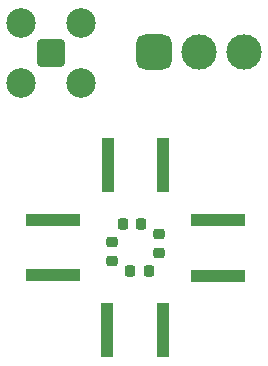
<source format=gbr>
%TF.GenerationSoftware,KiCad,Pcbnew,8.0.1*%
%TF.CreationDate,2024-08-07T16:32:43+02:00*%
%TF.ProjectId,TEP000,54455030-3030-42e6-9b69-6361645f7063,rev?*%
%TF.SameCoordinates,Original*%
%TF.FileFunction,Soldermask,Bot*%
%TF.FilePolarity,Negative*%
%FSLAX46Y46*%
G04 Gerber Fmt 4.6, Leading zero omitted, Abs format (unit mm)*
G04 Created by KiCad (PCBNEW 8.0.1) date 2024-08-07 16:32:43*
%MOMM*%
%LPD*%
G01*
G04 APERTURE LIST*
G04 Aperture macros list*
%AMRoundRect*
0 Rectangle with rounded corners*
0 $1 Rounding radius*
0 $2 $3 $4 $5 $6 $7 $8 $9 X,Y pos of 4 corners*
0 Add a 4 corners polygon primitive as box body*
4,1,4,$2,$3,$4,$5,$6,$7,$8,$9,$2,$3,0*
0 Add four circle primitives for the rounded corners*
1,1,$1+$1,$2,$3*
1,1,$1+$1,$4,$5*
1,1,$1+$1,$6,$7*
1,1,$1+$1,$8,$9*
0 Add four rect primitives between the rounded corners*
20,1,$1+$1,$2,$3,$4,$5,0*
20,1,$1+$1,$4,$5,$6,$7,0*
20,1,$1+$1,$6,$7,$8,$9,0*
20,1,$1+$1,$8,$9,$2,$3,0*%
G04 Aperture macros list end*
%ADD10RoundRect,0.200100X0.949900X-0.949900X0.949900X0.949900X-0.949900X0.949900X-0.949900X-0.949900X0*%
%ADD11C,2.500000*%
%ADD12RoundRect,0.750000X-0.750000X-0.750000X0.750000X-0.750000X0.750000X0.750000X-0.750000X0.750000X0*%
%ADD13C,3.000000*%
%ADD14R,4.550000X1.000000*%
%ADD15RoundRect,0.218750X0.256250X-0.218750X0.256250X0.218750X-0.256250X0.218750X-0.256250X-0.218750X0*%
%ADD16RoundRect,0.218750X0.218750X0.256250X-0.218750X0.256250X-0.218750X-0.256250X0.218750X-0.256250X0*%
%ADD17RoundRect,0.218750X-0.218750X-0.256250X0.218750X-0.256250X0.218750X0.256250X-0.218750X0.256250X0*%
%ADD18R,1.000000X4.550000*%
%ADD19RoundRect,0.218750X-0.256250X0.218750X-0.256250X-0.218750X0.256250X-0.218750X0.256250X0.218750X0*%
G04 APERTURE END LIST*
D10*
%TO.C,J1*%
X127254000Y-60426600D03*
D11*
X124714000Y-62966600D03*
X129794000Y-62966600D03*
X124714000Y-57886600D03*
X129794000Y-57886600D03*
%TD*%
D12*
%TO.C,J2*%
X135966200Y-60350400D03*
D13*
X139776200Y-60350400D03*
X143586200Y-60350400D03*
%TD*%
D14*
%TO.C,D8*%
X127381000Y-74561200D03*
X127381000Y-79261200D03*
%TD*%
%TO.C,D6*%
X141376400Y-79279000D03*
X141376400Y-74579000D03*
%TD*%
D15*
%TO.C,D2*%
X136372600Y-77368500D03*
X136372600Y-75793500D03*
%TD*%
D16*
%TO.C,D1*%
X134874100Y-74904600D03*
X133299100Y-74904600D03*
%TD*%
D17*
%TO.C,D3*%
X133934100Y-78892400D03*
X135509100Y-78892400D03*
%TD*%
D18*
%TO.C,D7*%
X132016000Y-83921600D03*
X136716000Y-83921600D03*
%TD*%
%TO.C,D5*%
X136759200Y-69926200D03*
X132059200Y-69926200D03*
%TD*%
D19*
%TO.C,D4*%
X132384800Y-76453900D03*
X132384800Y-78028900D03*
%TD*%
M02*

</source>
